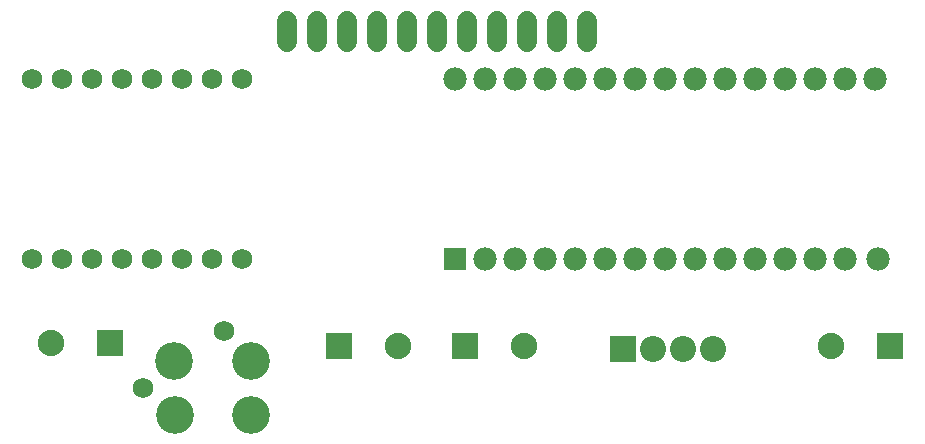
<source format=gts>
G04 ---------------------------- Layer name :TOP SOLDER LAYER*
G04 easyEDA 0.1*
G04 Scale: 100 percent, Rotated: No, Reflected: No *
G04 Dimensions in inches *
G04 leading zeros omitted , absolute positions ,2 integer and 4 * 
%FSLAX24Y24*%
%MOIN*%
G90*
G70D02*

%ADD11C,0.068000*%
%ADD12C,0.086740*%
%ADD13R,0.078000X0.078000*%
%ADD14C,0.078000*%
%ADD16R,0.088000X0.088000*%
%ADD17C,0.088000*%
%ADD19R,0.086740X0.086740*%
%ADD22C,0.126110*%

%LPD*%
G54D11*
G01X9900Y14650D02*
G01X9900Y13950D01*
G01X10900Y14650D02*
G01X10900Y13950D01*
G01X11900Y14650D02*
G01X11900Y13950D01*
G01X12900Y14650D02*
G01X12900Y13950D01*
G01X13900Y14650D02*
G01X13900Y13950D01*
G01X14900Y14650D02*
G01X14900Y13950D01*
G01X15900Y14650D02*
G01X15900Y13950D01*
G01X16900Y14650D02*
G01X16900Y13950D01*
G01X17900Y14650D02*
G01X17900Y13950D01*
G01X18900Y14650D02*
G01X18900Y13950D01*
G01X19900Y14650D02*
G01X19900Y13950D01*
G54D13*
G01X15500Y6700D03*
G54D14*
G01X16500Y6700D03*
G01X17500Y6700D03*
G01X18500Y6700D03*
G01X19500Y6700D03*
G01X20500Y6700D03*
G01X21500Y6700D03*
G01X22500Y6700D03*
G01X23500Y6700D03*
G01X24500Y6700D03*
G01X25500Y6700D03*
G01X26500Y6700D03*
G01X27500Y6700D03*
G01X28500Y6700D03*
G01X29600Y6700D03*
G01X15500Y12700D03*
G01X16500Y12700D03*
G01X17500Y12700D03*
G01X18500Y12700D03*
G01X19500Y12700D03*
G01X20500Y12700D03*
G01X21500Y12700D03*
G01X22500Y12700D03*
G01X23500Y12700D03*
G01X24500Y12700D03*
G01X25500Y12700D03*
G01X26500Y12700D03*
G01X27500Y12700D03*
G01X28500Y12700D03*
G01X29500Y12700D03*
G54D16*
G01X11619Y3800D03*
G54D17*
G01X13580Y3800D03*
G54D16*
G01X3980Y3900D03*
G54D17*
G01X2019Y3900D03*
G54D16*
G01X29980Y3800D03*
G54D17*
G01X28019Y3800D03*
G54D19*
G01X21100Y3700D03*
G54D12*
G01X22100Y3700D03*
G01X23100Y3700D03*
G01X24100Y3700D03*
G54D16*
G01X15819Y3800D03*
G54D17*
G01X17780Y3800D03*
G54D11*
G01X3400Y12700D03*
G01X2400Y12700D03*
G01X1400Y12700D03*
G01X4400Y12700D03*
G01X5400Y12700D03*
G01X6400Y12700D03*
G01X7400Y12700D03*
G01X8400Y12700D03*
G01X8400Y6700D03*
G01X7400Y6700D03*
G01X6400Y6700D03*
G01X5400Y6700D03*
G01X4400Y6700D03*
G01X3400Y6700D03*
G01X2400Y6700D03*
G01X1400Y6700D03*
G01X9900Y14300D03*
G54D22*
G01X8700Y3300D03*
G01X6140Y3300D03*
G01X8700Y1528D03*
G01X6144Y1528D03*
G01X8700Y3300D03*
G01X6140Y3300D03*
G01X8700Y1528D03*
G01X6144Y1528D03*
G54D11*
G01X7800Y4300D03*
G01X5100Y2400D03*

M00*
M02*
</source>
